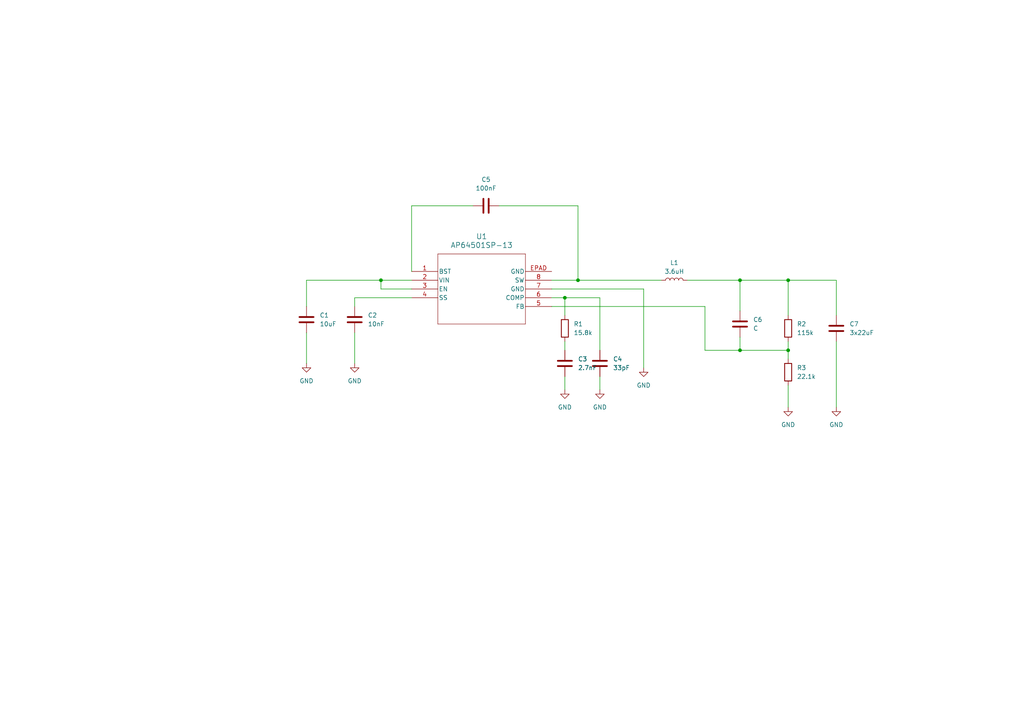
<source format=kicad_sch>
(kicad_sch (version 20230121) (generator eeschema)
  (paper "A4")
  (lib_symbols
    (symbol "Device:C" (pin_numbers hide) (pin_names (offset 0.254))
      (property "Reference" "C" (at 0.635 2.54 0))
      (property "Value" "C" (at 0.635 -2.54 0))
      (symbol "C_0_1"
        (polyline (pts (xy -2.032 -0.762) (xy 2.032 -0.762)) (stroke (width 0.508)))
        (polyline (pts (xy -2.032 0.762) (xy 2.032 0.762)) (stroke (width 0.508)))
      )
      (symbol "C_1_1"
        (pin passive line (at 0 3.81 270) (length 2.794) (name "~") (number "1"))
        (pin passive line (at 0 -3.81 90) (length 2.794) (name "~") (number "2"))
      )
    )
    (symbol "Device:L" (pin_numbers hide) (pin_names (offset 1.016) hide)
      (property "Reference" "L" (at -1.27 0 90))
      (property "Value" "L" (at 1.905 0 90))
      (symbol "L_0_1"
        (arc (start 0 -2.54) (mid 0.6323 -1.905) (end 0 -1.27))
        (arc (start 0 -1.27) (mid 0.6323 -0.635) (end 0 0))
        (arc (start 0 0) (mid 0.6323 0.635) (end 0 1.27))
        (arc (start 0 1.27) (mid 0.6323 1.905) (end 0 2.54))
      )
      (symbol "L_1_1"
        (pin passive line (at 0 3.81 270) (length 1.27) (name "1") (number "1"))
        (pin passive line (at 0 -3.81 90) (length 1.27) (name "2") (number "2"))
      )
    )
    (symbol "Device:R" (pin_numbers hide) (pin_names (offset 0))
      (property "Reference" "R" (at 2.032 0 90))
      (property "Value" "R" (at 0 0 90))
      (symbol "R_0_1"
        (rectangle (start -1.016 -2.54) (end 1.016 2.54) (stroke (width 0.254)))
      )
      (symbol "R_1_1"
        (pin passive line (at 0 3.81 270) (length 1.27) (name "~") (number "1"))
        (pin passive line (at 0 -3.81 90) (length 1.27) (name "~") (number "2"))
      )
    )
    (symbol "New_Library:AP64501SP-13" (pin_names (offset 0.254))
      (property "Reference" "U" (at 20.32 10.16 0))
      (property "Value" "AP64501SP-13" (at 20.32 7.62 0))
      (symbol "AP64501SP-13_0_1"
        (polyline (pts (xy 7.62 -15.24) (xy 33.02 -15.24)) (stroke (width 0.127)))
        (polyline (pts (xy 7.62 5.08) (xy 7.62 -15.24)) (stroke (width 0.127)))
        (polyline (pts (xy 33.02 -15.24) (xy 33.02 5.08)) (stroke (width 0.127)))
        (polyline (pts (xy 33.02 5.08) (xy 7.62 5.08)) (stroke (width 0.127)))
        (pin power_in line (at 0 0 0) (length 7.62) (name "BST") (number "1"))
        (pin power_in line (at 0 -2.54 0) (length 7.62) (name "VIN") (number "2"))
        (pin input line (at 0 -5.08 0) (length 7.62) (name "EN") (number "3"))
        (pin input line (at 0 -7.62 0) (length 7.62) (name "SS") (number "4"))
        (pin input line (at 40.64 -10.16 180) (length 7.62) (name "FB") (number "5"))
        (pin unspecified line (at 40.64 -7.62 180) (length 7.62) (name "COMP") (number "6"))
        (pin power_out line (at 40.64 -5.08 180) (length 7.62) (name "GND") (number "7"))
        (pin output line (at 40.64 -2.54 180) (length 7.62) (name "SW") (number "8"))
        (pin power_out line (at 40.64 0 180) (length 7.62) (name "GND") (number "EPAD"))
      )
    )
    (symbol "power:GND" (power) (pin_names (offset 0))
      (property "Value" "GND" (at 0 -3.81 0))
      (symbol "GND_0_1"
        (polyline (pts (xy 0 0) (xy 0 -1.27) (xy 1.27 -1.27) (xy 0 -2.54) (xy -1.27 -1.27) (xy 0 -1.27)))
      )
      (symbol "GND_1_1"
        (pin power_in line (at 0 0 270) (length 0) hide (name "GND") (number "1"))
      )
    )
  )
  (junction (at 110.49 81.28))
  (junction (at 228.6 101.6))
  (junction (at 214.63 81.28))
  (junction (at 163.83 86.36))
  (junction (at 167.64 81.28))
  (junction (at 228.6 81.28))
  (junction (at 214.63 101.6))
  (wire (pts (xy 119.38 59.69) (xy 137.16 59.69)))
  (wire (pts (xy 163.83 99.06) (xy 163.83 101.6)))
  (wire (pts (xy 160.02 86.36) (xy 163.83 86.36)))
  (wire (pts (xy 160.02 83.82) (xy 186.69 83.82)))
  (wire (pts (xy 242.57 99.06) (xy 242.57 118.11)))
  (wire (pts (xy 102.87 96.52) (xy 102.87 105.41)))
  (wire (pts (xy 228.6 91.44) (xy 228.6 81.28)))
  (wire (pts (xy 102.87 86.36) (xy 102.87 88.9)))
  (wire (pts (xy 214.63 101.6) (xy 228.6 101.6)))
  (wire (pts (xy 110.49 81.28) (xy 110.49 83.82)))
  (wire (pts (xy 119.38 81.28) (xy 110.49 81.28)))
  (wire (pts (xy 160.02 88.9) (xy 204.47 88.9)))
  (wire (pts (xy 167.64 81.28) (xy 191.77 81.28)))
  (wire (pts (xy 204.47 101.6) (xy 214.63 101.6)))
  (wire (pts (xy 88.9 81.28) (xy 88.9 88.9)))
  (wire (pts (xy 160.02 81.28) (xy 167.64 81.28)))
  (wire (pts (xy 163.83 109.22) (xy 163.83 113.03)))
  (wire (pts (xy 144.78 59.69) (xy 167.64 59.69)))
  (wire (pts (xy 228.6 81.28) (xy 242.57 81.28)))
  (wire (pts (xy 228.6 101.6) (xy 228.6 104.14)))
  (wire (pts (xy 110.49 81.28) (xy 88.9 81.28)))
  (wire (pts (xy 167.64 59.69) (xy 167.64 81.28)))
  (wire (pts (xy 119.38 78.74) (xy 119.38 59.69)))
  (wire (pts (xy 199.39 81.28) (xy 214.63 81.28)))
  (wire (pts (xy 119.38 86.36) (xy 102.87 86.36)))
  (wire (pts (xy 242.57 81.28) (xy 242.57 91.44)))
  (wire (pts (xy 228.6 111.76) (xy 228.6 118.11)))
  (wire (pts (xy 119.38 83.82) (xy 110.49 83.82)))
  (wire (pts (xy 173.99 109.22) (xy 173.99 113.03)))
  (wire (pts (xy 173.99 86.36) (xy 173.99 101.6)))
  (wire (pts (xy 88.9 96.52) (xy 88.9 105.41)))
  (wire (pts (xy 214.63 97.79) (xy 214.63 101.6)))
  (wire (pts (xy 204.47 88.9) (xy 204.47 101.6)))
  (wire (pts (xy 214.63 81.28) (xy 214.63 90.17)))
  (wire (pts (xy 214.63 81.28) (xy 228.6 81.28)))
  (wire (pts (xy 228.6 99.06) (xy 228.6 101.6)))
  (wire (pts (xy 163.83 86.36) (xy 173.99 86.36)))
  (wire (pts (xy 186.69 83.82) (xy 186.69 106.68)))
  (wire (pts (xy 163.83 86.36) (xy 163.83 91.44)))
  (symbol (lib_id "Device:C") (at 214.63 93.98 180) (unit 1)
    (property "Reference" "C6" (at 218.44 92.71 0) (effects (justify right)))
    (property "Value" "C" (at 218.44 95.25 0) (effects (justify right)))
  )
  (symbol (lib_id "power:GND") (at 228.6 118.11 0) (unit 1)
    (property "Reference" "#PWR06" (effects hide))
    (property "Value" "GND" (at 228.6 123.19 0))
  )
  (symbol (lib_id "Device:R") (at 163.83 95.25 0) (unit 1)
    (property "Reference" "R1" (at 166.37 93.98 0) (effects (justify left)))
    (property "Value" "15.8k" (at 166.37 96.52 0) (effects (justify left)))
  )
  (symbol (lib_id "power:GND") (at 88.9 105.41 0) (unit 1)
    (property "Reference" "#PWR01" (effects hide))
    (property "Value" "GND" (at 88.9 110.49 0))
  )
  (symbol (lib_id "Device:R") (at 228.6 107.95 0) (unit 1)
    (property "Reference" "R3" (at 231.14 106.68 0) (effects (justify left)))
    (property "Value" "22.1k" (at 231.14 109.22 0) (effects (justify left)))
  )
  (symbol (lib_id "New_Library:AP64501SP-13") (at 119.38 78.74 0) (unit 1)
    (property "Reference" "U1" (at 139.7 68.58 0) (effects (font (size 1.524 1.524))))
    (property "Value" "AP64501SP-13" (at 139.7 71.12 0) (effects (font (size 1.524 1.524))))
    (property "Footprint" "SO-8EP_DIO" (effects hide))
    (property "Datasheet" "AP64501SP-13" (effects hide))
  )
  (symbol (lib_id "power:GND") (at 186.69 106.68 0) (unit 1)
    (property "Reference" "#PWR03" (effects hide))
    (property "Value" "GND" (at 186.69 111.76 0))
  )
  (symbol (lib_id "power:GND") (at 163.83 113.03 0) (unit 1)
    (property "Reference" "#PWR04" (effects hide))
    (property "Value" "GND" (at 163.83 118.11 0))
  )
  (symbol (lib_id "Device:C") (at 173.99 105.41 0) (unit 1)
    (property "Reference" "C4" (at 177.8 104.14 0) (effects (justify left)))
    (property "Value" "33pF" (at 177.8 106.68 0) (effects (justify left)))
  )
  (symbol (lib_id "Device:C") (at 88.9 92.71 0) (unit 1)
    (property "Reference" "C1" (at 92.71 91.44 0) (effects (justify left)))
    (property "Value" "10uF" (at 92.71 93.98 0) (effects (justify left)))
  )
  (symbol (lib_id "Device:L") (at 195.58 81.28 90) (unit 1)
    (property "Reference" "L1" (at 195.58 76.2 90))
    (property "Value" "3.6uH" (at 195.58 78.74 90))
  )
  (symbol (lib_id "power:GND") (at 173.99 113.03 0) (unit 1)
    (property "Reference" "#PWR05" (effects hide))
    (property "Value" "GND" (at 173.99 118.11 0))
  )
  (symbol (lib_id "power:GND") (at 242.57 118.11 0) (unit 1)
    (property "Reference" "#PWR07" (effects hide))
    (property "Value" "GND" (at 242.57 123.19 0))
  )
  (symbol (lib_id "Device:C") (at 102.87 92.71 0) (unit 1)
    (property "Reference" "C2" (at 106.68 91.44 0) (effects (justify left)))
    (property "Value" "10nF" (at 106.68 93.98 0) (effects (justify left)))
  )
  (symbol (lib_id "Device:C") (at 242.57 95.25 180) (unit 1)
    (property "Reference" "C7" (at 246.38 93.98 0) (effects (justify right)))
    (property "Value" "3x22uF" (at 246.38 96.52 0) (effects (justify right)))
  )
  (symbol (lib_id "Device:R") (at 228.6 95.25 0) (unit 1)
    (property "Reference" "R2" (at 231.14 93.98 0) (effects (justify left)))
    (property "Value" "115k" (at 231.14 96.52 0) (effects (justify left)))
  )
  (symbol (lib_id "Device:C") (at 163.83 105.41 0) (unit 1)
    (property "Reference" "C3" (at 167.64 104.14 0) (effects (justify left)))
    (property "Value" "2.7nF" (at 167.64 106.68 0) (effects (justify left)))
  )
  (symbol (lib_id "Device:C") (at 140.97 59.69 90) (unit 1)
    (property "Reference" "C5" (at 140.97 52.07 90))
    (property "Value" "100nF" (at 140.97 54.61 90))
  )
  (symbol (lib_id "power:GND") (at 102.87 105.41 0) (unit 1)
    (property "Reference" "#PWR02" (effects hide))
    (property "Value" "GND" (at 102.87 110.49 0))
  )
)
</source>
